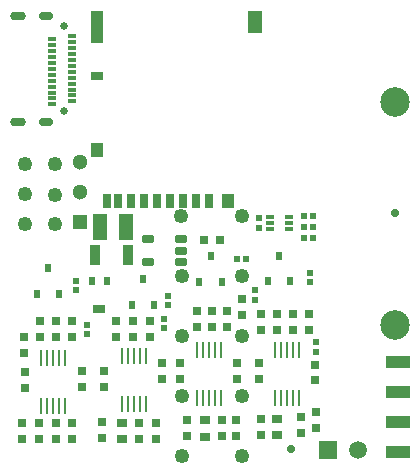
<source format=gbr>
%TF.GenerationSoftware,Altium Limited,Altium Designer,21.4.1 (30)*%
G04 Layer_Color=255*
%FSLAX45Y45*%
%MOMM*%
%TF.SameCoordinates,F4A6E2B2-E63A-418B-8CEE-B9A354165880*%
%TF.FilePolarity,Positive*%
%TF.FileFunction,Pads,Bot*%
%TF.Part,Single*%
G01*
G75*
%TA.AperFunction,SMDPad,CuDef*%
%ADD18R,0.70000X0.80000*%
%ADD27R,2.00000X1.00000*%
%ADD29R,0.80000X0.70000*%
%ADD30R,0.52000X0.52000*%
%ADD31R,0.50000X0.52000*%
%ADD33R,0.52000X0.50000*%
%ADD37R,0.52000X0.52000*%
%TA.AperFunction,ComponentPad*%
%ADD66C,0.63000*%
%ADD67O,1.35200X0.75200*%
%ADD68O,1.24000X0.75200*%
%ADD69R,1.30000X1.30000*%
%ADD70C,1.30000*%
%ADD71C,0.70000*%
%ADD72C,1.25000*%
%ADD73C,1.50000*%
%ADD74R,1.50000X1.50000*%
%TA.AperFunction,WasherPad*%
%ADD75C,2.50000*%
%TA.AperFunction,ConnectorPad*%
%ADD78R,0.70000X0.30000*%
%TA.AperFunction,SMDPad,CuDef*%
%ADD79R,0.55000X0.80000*%
%ADD80R,1.25000X2.20000*%
%ADD81R,0.80000X0.65000*%
%ADD82R,1.30000X1.90000*%
%ADD83R,1.00000X2.80000*%
%ADD84R,1.00000X1.20000*%
%ADD85R,1.00000X1.20000*%
%ADD86R,0.70000X1.20000*%
%ADD87R,1.00000X0.80000*%
%ADD88R,0.65000X0.35000*%
%ADD89O,0.25000X1.45000*%
%ADD90R,0.90000X0.70000*%
G04:AMPARAMS|DCode=91|XSize=0.6mm|YSize=1mm|CornerRadius=0.051mm|HoleSize=0mm|Usage=FLASHONLY|Rotation=90.000|XOffset=0mm|YOffset=0mm|HoleType=Round|Shape=RoundedRectangle|*
%AMROUNDEDRECTD91*
21,1,0.60000,0.89800,0,0,90.0*
21,1,0.49800,1.00000,0,0,90.0*
1,1,0.10200,0.44900,0.24900*
1,1,0.10200,0.44900,-0.24900*
1,1,0.10200,-0.44900,-0.24900*
1,1,0.10200,-0.44900,0.24900*
%
%ADD91ROUNDEDRECTD91*%
%ADD92R,0.95000X1.70000*%
%ADD93R,0.60000X0.80000*%
%ADD94R,1.00000X0.70000*%
D18*
X1634500Y1917000D02*
D03*
X1769500D02*
D03*
D27*
X3276600Y889000D02*
D03*
Y635000D02*
D03*
Y127000D02*
D03*
Y381000D02*
D03*
D29*
X516641Y237300D02*
D03*
Y372300D02*
D03*
X95500D02*
D03*
Y237300D02*
D03*
X1910600Y880900D02*
D03*
Y745900D02*
D03*
X1489200Y392500D02*
D03*
Y257500D02*
D03*
X606200Y810500D02*
D03*
Y675500D02*
D03*
X1910000Y392500D02*
D03*
Y257500D02*
D03*
X1280000Y880500D02*
D03*
Y745500D02*
D03*
X770000Y242500D02*
D03*
Y377500D02*
D03*
X1229180Y237500D02*
D03*
Y372500D02*
D03*
X2579100Y464600D02*
D03*
Y329600D02*
D03*
X2120900Y267500D02*
D03*
Y402500D02*
D03*
X2574700Y730700D02*
D03*
Y865700D02*
D03*
D30*
X555400Y1496500D02*
D03*
Y1576500D02*
D03*
X642620Y1120780D02*
D03*
Y1200780D02*
D03*
X2065800Y1413900D02*
D03*
Y1493900D02*
D03*
X1332400Y1448100D02*
D03*
Y1368100D02*
D03*
X1292500Y1171100D02*
D03*
Y1251100D02*
D03*
X2530000Y1643000D02*
D03*
Y1563000D02*
D03*
X2586900Y1053100D02*
D03*
Y973100D02*
D03*
D31*
X2562000Y1937400D02*
D03*
X2478000D02*
D03*
X2562000Y2027400D02*
D03*
X2478000D02*
D03*
X2562000Y2119400D02*
D03*
X2478000D02*
D03*
D33*
X2099660Y2025400D02*
D03*
Y2109400D02*
D03*
D37*
X1912000Y1760000D02*
D03*
X1992000D02*
D03*
D66*
X450000Y3009000D02*
D03*
Y3729000D02*
D03*
D67*
X60000Y2920000D02*
D03*
Y3818000D02*
D03*
D68*
X300000D02*
D03*
Y2920000D02*
D03*
D69*
X584200Y2072000D02*
D03*
D70*
Y2580000D02*
D03*
Y2326000D02*
D03*
D71*
X2370080Y148399D02*
D03*
X3250000Y2145960D02*
D03*
D72*
X1442500Y2120901D02*
D03*
X1955000Y2120900D02*
D03*
X119300Y2562601D02*
D03*
Y2308600D02*
D03*
Y2054600D02*
D03*
X1955000Y88900D02*
D03*
X1447000D02*
D03*
Y1104900D02*
D03*
Y596900D02*
D03*
X1955000Y1612900D02*
D03*
X1447000D02*
D03*
X1955000Y1104900D02*
D03*
Y596900D02*
D03*
X373300Y2054600D02*
D03*
Y2562600D02*
D03*
X372300Y2304401D02*
D03*
D73*
X2937000Y140000D02*
D03*
D74*
X2683000D02*
D03*
D75*
X3251200Y3092800D02*
D03*
Y1200000D02*
D03*
D78*
X516000Y3094000D02*
D03*
X346000Y3619000D02*
D03*
X516000Y3144000D02*
D03*
Y3194000D02*
D03*
Y3244000D02*
D03*
Y3294000D02*
D03*
Y3344000D02*
D03*
Y3394000D02*
D03*
Y3444000D02*
D03*
Y3494000D02*
D03*
Y3544000D02*
D03*
Y3594000D02*
D03*
Y3644000D02*
D03*
X346000Y3569000D02*
D03*
Y3519000D02*
D03*
Y3469000D02*
D03*
Y3419000D02*
D03*
Y3369000D02*
D03*
Y3319000D02*
D03*
Y3269000D02*
D03*
Y3219000D02*
D03*
Y3169000D02*
D03*
Y3119000D02*
D03*
Y3069000D02*
D03*
D79*
X1785000Y1566000D02*
D03*
X1595000D02*
D03*
X1690000Y1786000D02*
D03*
X314160Y1682260D02*
D03*
X219160Y1462260D02*
D03*
X409160D02*
D03*
X2270760Y1788940D02*
D03*
X2175760Y1568940D02*
D03*
X2365760D02*
D03*
X1117600Y1588280D02*
D03*
X1022600Y1368280D02*
D03*
X1212600D02*
D03*
D80*
X976977Y2029492D02*
D03*
X756977D02*
D03*
D81*
X2104321Y880500D02*
D03*
Y745500D02*
D03*
X235837Y372300D02*
D03*
Y237300D02*
D03*
X113000Y1098500D02*
D03*
Y963500D02*
D03*
X243165Y1236840D02*
D03*
Y1101840D02*
D03*
X380671D02*
D03*
Y1236840D02*
D03*
X380000Y372300D02*
D03*
Y237300D02*
D03*
X1430000Y745500D02*
D03*
Y880500D02*
D03*
X1785140Y392500D02*
D03*
Y257500D02*
D03*
X1960880Y1418780D02*
D03*
Y1283780D02*
D03*
X1700000Y1315500D02*
D03*
Y1180500D02*
D03*
X1827000Y1315500D02*
D03*
Y1180500D02*
D03*
X1573000Y1315500D02*
D03*
Y1180500D02*
D03*
X515620Y1100900D02*
D03*
Y1235900D02*
D03*
X1177020Y1230500D02*
D03*
Y1095500D02*
D03*
X784100Y814700D02*
D03*
Y679700D02*
D03*
X1032240Y1095500D02*
D03*
Y1230500D02*
D03*
X890000Y1095500D02*
D03*
Y1230500D02*
D03*
X2118360Y1290180D02*
D03*
Y1155180D02*
D03*
X2389288Y1290180D02*
D03*
Y1155180D02*
D03*
X2253832Y1290180D02*
D03*
Y1155180D02*
D03*
X2521700Y1290500D02*
D03*
Y1155500D02*
D03*
X2455169Y420821D02*
D03*
Y285821D02*
D03*
X1086391Y372500D02*
D03*
Y237500D02*
D03*
X117000Y803500D02*
D03*
Y668500D02*
D03*
D82*
X2064100Y3764500D02*
D03*
D83*
X730000Y3719500D02*
D03*
D84*
Y2684500D02*
D03*
D85*
X1835000Y2254500D02*
D03*
D86*
X815000D02*
D03*
X910000D02*
D03*
X1020000D02*
D03*
X1130000D02*
D03*
X1240000D02*
D03*
X1350000D02*
D03*
X1460000D02*
D03*
X1570000D02*
D03*
X1680000D02*
D03*
D87*
X730000Y3304500D02*
D03*
D88*
X2197500Y2117400D02*
D03*
Y2067400D02*
D03*
Y2017400D02*
D03*
X2352500D02*
D03*
Y2067400D02*
D03*
Y2117400D02*
D03*
D89*
X2240000Y989900D02*
D03*
X2290000D02*
D03*
X2340000D02*
D03*
X2390000D02*
D03*
X2440000D02*
D03*
X2240000Y584900D02*
D03*
X2290000D02*
D03*
X2340000D02*
D03*
X2390000D02*
D03*
X2440000D02*
D03*
X1576400Y989900D02*
D03*
X1626400D02*
D03*
X1676400D02*
D03*
X1726400D02*
D03*
X1776400D02*
D03*
X1576400Y584900D02*
D03*
X1626400D02*
D03*
X1676400D02*
D03*
X1726400D02*
D03*
X1776400D02*
D03*
X941400Y939100D02*
D03*
X991400D02*
D03*
X1041400D02*
D03*
X1091400D02*
D03*
X1141400D02*
D03*
X941400Y534100D02*
D03*
X991400D02*
D03*
X1041400D02*
D03*
X1091400D02*
D03*
X1141400D02*
D03*
X256574Y922500D02*
D03*
X306574D02*
D03*
X356574D02*
D03*
X406574D02*
D03*
X456574D02*
D03*
X256574Y517500D02*
D03*
X306574D02*
D03*
X356574D02*
D03*
X406574D02*
D03*
X456574D02*
D03*
D90*
X2250440Y405000D02*
D03*
Y265000D02*
D03*
X1642900Y395000D02*
D03*
Y255000D02*
D03*
X943644Y375000D02*
D03*
Y235000D02*
D03*
D91*
X1162500Y1925000D02*
D03*
Y1735000D02*
D03*
X1437500D02*
D03*
Y1830000D02*
D03*
Y1925000D02*
D03*
D92*
X710019Y1790019D02*
D03*
X990018D02*
D03*
D93*
X815000Y1569600D02*
D03*
X685000D02*
D03*
D94*
X750000Y1334600D02*
D03*
%TF.MD5,9284f6a989dccd9b7f507e975b8f55ad*%
M02*

</source>
